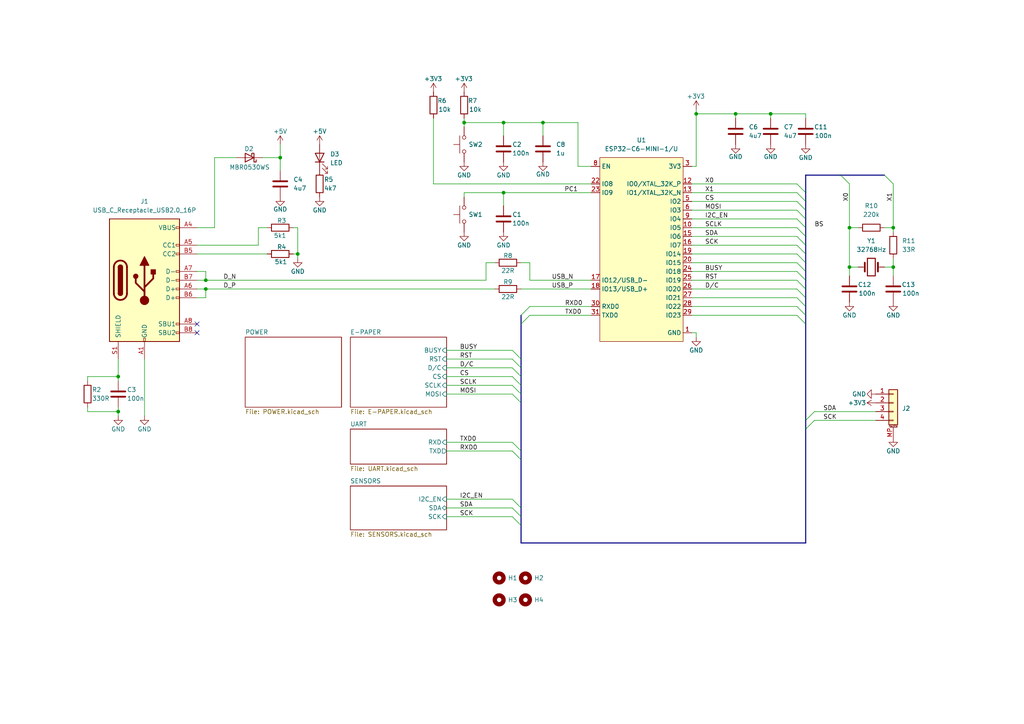
<source format=kicad_sch>
(kicad_sch (version 20231120) (generator "eeschema") (generator_version "8.0")
  (paper "A4")
  (title_block (title "ESP32-C3_6") (date "2024-12-20") (rev "R0"))
  (lib_symbols
    (symbol "Connector:USB_C_Receptacle_USB2.0_16P" (pin_names (offset 1.016))
      (property "Reference" "J" (at 0 22.225 0))
      (property "Value" "USB_C_Receptacle_USB2.0_16P" (at 0 19.685 0))
      (symbol "USB_C_Receptacle_USB2.0_16P_0_0"
        (rectangle (start -0.254 -17.78) (end 0.254 -16.764))
        (rectangle (start 10.16 -14.986) (end 9.144 -15.494))
        (rectangle (start 10.16 -12.446) (end 9.144 -12.954))
        (rectangle (start 10.16 -4.826) (end 9.144 -5.334))
        (rectangle (start 10.16 -2.286) (end 9.144 -2.794))
        (rectangle (start 10.16 0.254) (end 9.144 -0.254))
        (rectangle (start 10.16 2.794) (end 9.144 2.286))
        (rectangle (start 10.16 7.874) (end 9.144 7.366))
        (rectangle (start 10.16 10.414) (end 9.144 9.906))
        (rectangle (start 10.16 15.494) (end 9.144 14.986))
      )
      (symbol "USB_C_Receptacle_USB2.0_16P_0_1"
        (rectangle (start -10.16 17.78) (end 10.16 -17.78) (stroke (width 0.254)) (fill (type background)))
        (arc (start -8.89 -3.81) (mid -6.985 -5.7067) (end -5.08 -3.81) (stroke (width 0.508)))
        (arc (start -7.62 -3.81) (mid -6.985 -4.4423) (end -6.35 -3.81) (stroke (width 0.254)))
        (arc (start -7.62 -3.81) (mid -6.985 -4.4423) (end -6.35 -3.81) (stroke (width 0.254)) (fill (type outline)))
        (rectangle (start -7.62 -3.81) (end -6.35 3.81) (stroke (width 0.254)) (fill (type outline)))
        (arc (start -6.35 3.81) (mid -6.985 4.4423) (end -7.62 3.81) (stroke (width 0.254)))
        (arc (start -6.35 3.81) (mid -6.985 4.4423) (end -7.62 3.81) (stroke (width 0.254)) (fill (type outline)))
        (arc (start -5.08 3.81) (mid -6.985 5.7067) (end -8.89 3.81) (stroke (width 0.508)))
        (circle (center -2.54 1.143) (radius 0.635) (stroke (width 0.254)) (fill (type outline)))
        (circle (center 0 -5.842) (radius 1.27) (fill (type outline)))
        (polyline (pts (xy -8.89 -3.81) (xy -8.89 3.81)) (stroke (width 0.508)))
        (polyline (pts (xy -5.08 3.81) (xy -5.08 -3.81)) (stroke (width 0.508)))
        (polyline (pts (xy 0 -5.842) (xy 0 4.318)) (stroke (width 0.508)))
        (polyline (pts (xy 0 -3.302) (xy -2.54 -0.762) (xy -2.54 0.508)) (stroke (width 0.508)))
        (polyline (pts (xy 0 -2.032) (xy 2.54 0.508) (xy 2.54 1.778)) (stroke (width 0.508)))
        (polyline (pts (xy -1.27 4.318) (xy 0 6.858) (xy 1.27 4.318) (xy -1.27 4.318)) (stroke (width 0.254)) (fill (type outline)))
        (rectangle (start 1.905 1.778) (end 3.175 3.048) (stroke (width 0.254)) (fill (type outline)))
      )
      (symbol "USB_C_Receptacle_USB2.0_16P_1_1"
        (pin passive line (at 0 -22.86 90) (length 5.08) (name "GND") (number "A1"))
        (pin passive line (at 0 -22.86 90) (length 5.08) hide (name "GND") (number "A12"))
        (pin passive line (at 15.24 15.24 180) (length 5.08) (name "VBUS") (number "A4"))
        (pin bidirectional line (at 15.24 10.16 180) (length 5.08) (name "CC1") (number "A5"))
        (pin bidirectional line (at 15.24 -2.54 180) (length 5.08) (name "D+") (number "A6"))
        (pin bidirectional line (at 15.24 2.54 180) (length 5.08) (name "D-") (number "A7"))
        (pin bidirectional line (at 15.24 -12.7 180) (length 5.08) (name "SBU1") (number "A8"))
        (pin passive line (at 15.24 15.24 180) (length 5.08) hide (name "VBUS") (number "A9"))
        (pin passive line (at 0 -22.86 90) (length 5.08) hide (name "GND") (number "B1"))
        (pin passive line (at 0 -22.86 90) (length 5.08) hide (name "GND") (number "B12"))
        (pin passive line (at 15.24 15.24 180) (length 5.08) hide (name "VBUS") (number "B4"))
        (pin bidirectional line (at 15.24 7.62 180) (length 5.08) (name "CC2") (number "B5"))
        (pin bidirectional line (at 15.24 -5.08 180) (length 5.08) (name "D+") (number "B6"))
        (pin bidirectional line (at 15.24 0 180) (length 5.08) (name "D-") (number "B7"))
        (pin bidirectional line (at 15.24 -15.24 180) (length 5.08) (name "SBU2") (number "B8"))
        (pin passive line (at 15.24 15.24 180) (length 5.08) hide (name "VBUS") (number "B9"))
        (pin passive line (at -7.62 -22.86 90) (length 5.08) (name "SHIELD") (number "S1"))
      )
    )
    (symbol "Connector_Generic_MountingPin:Conn_01x04_MountingPin" (pin_names (offset 1.016) hide)
      (property "Reference" "J" (at 0 5.08 0))
      (property "Value" "Conn_01x04_MountingPin" (at 1.27 -7.62 0))
      (symbol "Conn_01x04_MountingPin_1_1"
        (rectangle (start -1.27 -4.953) (end 0 -5.207) (stroke (width 0.1524)))
        (rectangle (start -1.27 -2.413) (end 0 -2.667) (stroke (width 0.1524)))
        (rectangle (start -1.27 0.127) (end 0 -0.127) (stroke (width 0.1524)))
        (rectangle (start -1.27 2.667) (end 0 2.413) (stroke (width 0.1524)))
        (rectangle (start -1.27 3.81) (end 1.27 -6.35) (stroke (width 0.254)) (fill (type background)))
        (polyline (pts (xy -1.016 -7.112) (xy 1.016 -7.112)) (stroke (width 0.1524)))
        (text "Mounting" (at 0 -6.731 0) (effects (font (size 0.381 0.381))))
        (pin passive line (at -5.08 2.54 0) (length 3.81) (name "Pin_1") (number "1"))
        (pin passive line (at -5.08 0 0) (length 3.81) (name "Pin_2") (number "2"))
        (pin passive line (at -5.08 -2.54 0) (length 3.81) (name "Pin_3") (number "3"))
        (pin passive line (at -5.08 -5.08 0) (length 3.81) (name "Pin_4") (number "4"))
        (pin passive line (at 0 -10.16 90) (length 3.048) (name "MountPin") (number "MP"))
      )
    )
    (symbol "Device:C" (pin_numbers hide) (pin_names (offset 0.254))
      (property "Reference" "C" (at 0.635 2.54 0))
      (property "Value" "C" (at 0.635 -2.54 0))
      (symbol "C_0_1"
        (polyline (pts (xy -2.032 -0.762) (xy 2.032 -0.762)) (stroke (width 0.508)))
        (polyline (pts (xy -2.032 0.762) (xy 2.032 0.762)) (stroke (width 0.508)))
      )
      (symbol "C_1_1"
        (pin passive line (at 0 3.81 270) (length 2.794) (name "~") (number "1"))
        (pin passive line (at 0 -3.81 90) (length 2.794) (name "~") (number "2"))
      )
    )
    (symbol "Device:Crystal" (pin_numbers hide) (pin_names (offset 1.016) hide)
      (property "Reference" "Y" (at 0 3.81 0))
      (property "Value" "Crystal" (at 0 -3.81 0))
      (symbol "Crystal_0_1"
        (rectangle (start -1.143 2.54) (end 1.143 -2.54) (stroke (width 0.3048)))
        (polyline (pts (xy -2.54 0) (xy -1.905 0)))
        (polyline (pts (xy -1.905 -1.27) (xy -1.905 1.27)) (stroke (width 0.508)))
        (polyline (pts (xy 1.905 -1.27) (xy 1.905 1.27)) (stroke (width 0.508)))
        (polyline (pts (xy 2.54 0) (xy 1.905 0)))
      )
      (symbol "Crystal_1_1"
        (pin passive line (at -3.81 0 0) (length 1.27) (name "1") (number "1"))
        (pin passive line (at 3.81 0 180) (length 1.27) (name "2") (number "2"))
      )
    )
    (symbol "Device:D_Schottky" (pin_numbers hide) (pin_names (offset 1.016) hide)
      (property "Reference" "D" (at 0 2.54 0))
      (property "Value" "D_Schottky" (at 0 -2.54 0))
      (symbol "D_Schottky_0_1"
        (polyline (pts (xy 1.27 0) (xy -1.27 0)))
        (polyline (pts (xy 1.27 1.27) (xy 1.27 -1.27) (xy -1.27 0) (xy 1.27 1.27)) (stroke (width 0.254)))
        (polyline (pts (xy -1.905 0.635) (xy -1.905 1.27) (xy -1.27 1.27) (xy -1.27 -1.27) (xy -0.635 -1.27) (xy -0.635 -0.635)) (stroke (width 0.254)))
      )
      (symbol "D_Schottky_1_1"
        (pin passive line (at -3.81 0 0) (length 2.54) (name "K") (number "1"))
        (pin passive line (at 3.81 0 180) (length 2.54) (name "A") (number "2"))
      )
    )
    (symbol "Device:LED" (pin_numbers hide) (pin_names (offset 1.016) hide)
      (property "Reference" "D" (at 0 2.54 0))
      (property "Value" "LED" (at 0 -2.54 0))
      (symbol "LED_0_1"
        (polyline (pts (xy -1.27 -1.27) (xy -1.27 1.27)) (stroke (width 0.254)))
        (polyline (pts (xy -1.27 0) (xy 1.27 0)))
        (polyline (pts (xy 1.27 -1.27) (xy 1.27 1.27) (xy -1.27 0) (xy 1.27 -1.27)) (stroke (width 0.254)))
        (polyline (pts (xy -3.048 -0.762) (xy -4.572 -2.286) (xy -3.81 -2.286) (xy -4.572 -2.286) (xy -4.572 -1.524)))
        (polyline (pts (xy -1.778 -0.762) (xy -3.302 -2.286) (xy -2.54 -2.286) (xy -3.302 -2.286) (xy -3.302 -1.524)))
      )
      (symbol "LED_1_1"
        (pin passive line (at -3.81 0 0) (length 2.54) (name "K") (number "1"))
        (pin passive line (at 3.81 0 180) (length 2.54) (name "A") (number "2"))
      )
    )
    (symbol "Device:R" (pin_numbers hide) (pin_names (offset 0))
      (property "Reference" "R" (at 2.032 0 90))
      (property "Value" "R" (at 0 0 90))
      (symbol "R_0_1"
        (rectangle (start -1.016 -2.54) (end 1.016 2.54) (stroke (width 0.254)))
      )
      (symbol "R_1_1"
        (pin passive line (at 0 3.81 270) (length 1.27) (name "~") (number "1"))
        (pin passive line (at 0 -3.81 90) (length 1.27) (name "~") (number "2"))
      )
    )
    (symbol "Mechanical:MountingHole" (pin_names (offset 1.016)) (exclude_from_sim yes) (in_bom no)
      (property "Reference" "H" (at 0 5.08 0))
      (property "Value" "MountingHole" (at 0 3.175 0))
      (symbol "MountingHole_0_1"
        (circle (center 0 0) (radius 1.27) (stroke (width 1.27)))
      )
    )
    (symbol "PrjLib:ESP32-C6-MINI-1/U"
      (property "Reference" "U" (at 1.27 1.27 0))
      (property "Value" "ESP32-C6-MINI-1/U" (at 11.43 -54.61 0))
      (symbol "ESP32-C6-MINI-1/U_1_1"
        (rectangle (start 0 0) (end 24.13 -53.34) (fill (type background)))
        (pin input line (at 26.67 -50.8 180) (length 2.54) (name "GND") (number "1"))
        (pin input line (at 26.67 -20.32 180) (length 2.54) (name "IO5") (number "10"))
        (pin input line (at 26.67 -50.8 180) (length 2.54) hide (name "GND") (number "11"))
        (pin input line (at 26.67 -7.62 180) (length 2.54) (name "IO0/XTAL_32K_P") (number "12"))
        (pin input line (at 26.67 -10.16 180) (length 2.54) (name "IO1/XTAL_32K_N") (number "13"))
        (pin input line (at 26.67 -50.8 180) (length 2.54) hide (name "GND") (number "14"))
        (pin input line (at 26.67 -22.86 180) (length 2.54) (name "IO6") (number "15"))
        (pin input line (at 26.67 -25.4 180) (length 2.54) (name "IO7") (number "16"))
        (pin input line (at -2.54 -35.56 0) (length 2.54) (name "IO12/USB_D-") (number "17"))
        (pin input line (at -2.54 -38.1 0) (length 2.54) (name "IO13/USB_D+") (number "18"))
        (pin input line (at 26.67 -27.94 180) (length 2.54) (name "IO14") (number "19"))
        (pin input line (at 26.67 -50.8 180) (length 2.54) hide (name "GND") (number "2"))
        (pin input line (at 26.67 -30.48 180) (length 2.54) (name "IO15") (number "20"))
        (pin input line (at 26.67 -48.26 180) (length 2.54) hide (name "NC") (number "21"))
        (pin input line (at -2.54 -7.62 0) (length 2.54) (name "IO8") (number "22"))
        (pin input line (at -2.54 -10.16 0) (length 2.54) (name "IO9") (number "23"))
        (pin input line (at 26.67 -33.02 180) (length 2.54) (name "IO18") (number "24"))
        (pin input line (at 26.67 -35.56 180) (length 2.54) (name "IO19") (number "25"))
        (pin input line (at 26.67 -38.1 180) (length 2.54) (name "IO20") (number "26"))
        (pin input line (at 26.67 -40.64 180) (length 2.54) (name "IO21") (number "27"))
        (pin input line (at 26.67 -43.18 180) (length 2.54) (name "IO22") (number "28"))
        (pin input line (at 26.67 -45.72 180) (length 2.54) (name "IO23") (number "29"))
        (pin input line (at 26.67 -2.54 180) (length 2.54) (name "3V3") (number "3"))
        (pin input line (at -2.54 -43.18 0) (length 2.54) (name "RXD0") (number "30"))
        (pin input line (at -2.54 -45.72 0) (length 2.54) (name "TXD0") (number "31"))
        (pin input line (at 26.67 -48.26 180) (length 2.54) hide (name "NC") (number "32"))
        (pin input line (at 26.67 -48.26 180) (length 2.54) hide (name "NC") (number "33"))
        (pin input line (at 26.67 -48.26 180) (length 2.54) hide (name "NC") (number "34"))
        (pin input line (at 26.67 -48.26 180) (length 2.54) hide (name "NC") (number "35"))
        (pin input line (at 26.67 -50.8 180) (length 2.54) hide (name "GND") (number "36"))
        (pin input line (at 26.67 -50.8 180) (length 2.54) hide (name "GND") (number "37"))
        (pin input line (at 26.67 -50.8 180) (length 2.54) hide (name "GND") (number "38"))
        (pin input line (at 26.67 -50.8 180) (length 2.54) hide (name "GND") (number "39"))
        (pin input line (at 26.67 -48.26 180) (length 2.54) hide (name "NC") (number "4"))
        (pin input line (at 26.67 -50.8 180) (length 2.54) hide (name "GND") (number "40"))
        (pin input line (at 26.67 -50.8 180) (length 2.54) hide (name "GND") (number "41"))
        (pin input line (at 26.67 -50.8 180) (length 2.54) hide (name "GND") (number "42"))
        (pin input line (at 26.67 -50.8 180) (length 2.54) hide (name "GND") (number "43"))
        (pin input line (at 26.67 -50.8 180) (length 2.54) hide (name "GND") (number "44"))
        (pin input line (at 26.67 -50.8 180) (length 2.54) hide (name "GND") (number "45"))
        (pin input line (at 26.67 -50.8 180) (length 2.54) hide (name "GND") (number "46"))
        (pin input line (at 26.67 -50.8 180) (length 2.54) hide (name "GND") (number "47"))
        (pin input line (at 26.67 -50.8 180) (length 2.54) hide (name "GND") (number "48"))
        (pin input line (at 26.67 -50.8 180) (length 2.54) hide (name "GND") (number "49"))
        (pin input line (at 26.67 -12.7 180) (length 2.54) (name "IO2") (number "5"))
        (pin input line (at 26.67 -50.8 180) (length 2.54) hide (name "GND") (number "50"))
        (pin input line (at 26.67 -50.8 180) (length 2.54) hide (name "GND") (number "51"))
        (pin input line (at 26.67 -50.8 180) (length 2.54) hide (name "GND") (number "52"))
        (pin input line (at 26.67 -50.8 180) (length 2.54) hide (name "GND") (number "53"))
        (pin input line (at 26.67 -15.24 180) (length 2.54) (name "IO3") (number "6"))
        (pin input line (at 26.67 -48.26 180) (length 2.54) hide (name "NC") (number "7"))
        (pin input line (at -2.54 -2.54 0) (length 2.54) (name "EN") (number "8"))
        (pin input line (at 26.67 -17.78 180) (length 2.54) (name "IO4") (number "9"))
      )
    )
    (symbol "Switch:SW_Push" (pin_numbers hide) (pin_names (offset 1.016) hide)
      (property "Reference" "SW" (at 1.27 2.54 0))
      (property "Value" "SW_Push" (at 0 -1.524 0))
      (symbol "SW_Push_0_1"
        (circle (center -2.032 0) (radius 0.508))
        (polyline (pts (xy 0 1.27) (xy 0 3.048)))
        (polyline (pts (xy 2.54 1.27) (xy -2.54 1.27)))
        (circle (center 2.032 0) (radius 0.508))
        (pin passive line (at -5.08 0 0) (length 2.54) (name "1") (number "1"))
        (pin passive line (at 5.08 0 180) (length 2.54) (name "2") (number "2"))
      )
    )
    (symbol "power:+3V3" (power) (pin_names (offset 0))
      (property "Value" "+3V3" (at 0 3.556 0))
      (symbol "+3V3_0_1"
        (polyline (pts (xy -0.762 1.27) (xy 0 2.54)))
        (polyline (pts (xy 0 0) (xy 0 2.54)))
        (polyline (pts (xy 0 2.54) (xy 0.762 1.27)))
      )
      (symbol "+3V3_1_1"
        (pin power_in line (at 0 0 90) (length 0) hide (name "+3V3") (number "1"))
      )
    )
    (symbol "power:+5V" (power) (pin_names (offset 0))
      (property "Value" "+5V" (at 0 3.556 0))
      (symbol "+5V_0_1"
        (polyline (pts (xy -0.762 1.27) (xy 0 2.54)))
        (polyline (pts (xy 0 0) (xy 0 2.54)))
        (polyline (pts (xy 0 2.54) (xy 0.762 1.27)))
      )
      (symbol "+5V_1_1"
        (pin power_in line (at 0 0 90) (length 0) hide (name "+5V") (number "1"))
      )
    )
    (symbol "power:GND" (power) (pin_names (offset 0))
      (property "Value" "GND" (at 0 -3.81 0))
      (symbol "GND_0_1"
        (polyline (pts (xy 0 0) (xy 0 -1.27) (xy 1.27 -1.27) (xy 0 -2.54) (xy -1.27 -1.27) (xy 0 -1.27)))
      )
      (symbol "GND_1_1"
        (pin power_in line (at 0 0 270) (length 0) hide (name "GND") (number "1"))
      )
    )
  )
  (junction (at 201.93 33.02))
  (junction (at 34.29 109.22))
  (junction (at 157.48 35.56))
  (junction (at 59.69 83.82))
  (junction (at 146.05 55.88))
  (junction (at 259.08 66.04))
  (junction (at 259.08 77.47))
  (junction (at 59.69 81.28))
  (junction (at 86.36 73.66))
  (junction (at 81.28 45.72))
  (junction (at 34.29 119.38))
  (junction (at 246.38 77.47))
  (junction (at 213.36 33.02))
  (junction (at 134.62 35.56))
  (junction (at 146.05 35.56))
  (junction (at 246.38 66.04))
  (junction (at 223.52 33.02))
  (no_connect (at 57.15 93.98))
  (no_connect (at 57.15 96.52))
  (bus_entry (at 151.13 114.3) (size -2.54 -2.54))
  (bus_entry (at 231.14 73.66) (size 2.54 2.54))
  (bus_entry (at 151.13 106.68) (size -2.54 -2.54))
  (bus_entry (at 151.13 149.86) (size -2.54 -2.54))
  (bus_entry (at 231.14 83.82) (size 2.54 2.54))
  (bus_entry (at 151.13 147.32) (size -2.54 -2.54))
  (bus_entry (at 151.13 152.4) (size -2.54 -2.54))
  (bus_entry (at 151.13 111.76) (size -2.54 -2.54))
  (bus_entry (at 151.13 116.84) (size -2.54 -2.54))
  (bus_entry (at 231.14 66.04) (size 2.54 2.54))
  (bus_entry (at 243.84 50.8) (size 2.54 2.54))
  (bus_entry (at 151.13 104.14) (size -2.54 -2.54))
  (bus_entry (at 151.13 133.35) (size -2.54 -2.54))
  (bus_entry (at 233.68 124.46) (size 2.54 -2.54))
  (bus_entry (at 151.13 130.81) (size -2.54 -2.54))
  (bus_entry (at 256.54 50.8) (size 2.54 2.54))
  (bus_entry (at 231.14 63.5) (size 2.54 2.54))
  (bus_entry (at 231.14 71.12) (size 2.54 2.54))
  (bus_entry (at 231.14 81.28) (size 2.54 2.54))
  (bus_entry (at 231.14 53.34) (size 2.54 2.54))
  (bus_entry (at 231.14 55.88) (size 2.54 2.54))
  (bus_entry (at 151.13 93.98) (size 2.54 -2.54))
  (bus_entry (at 233.68 121.92) (size 2.54 -2.54))
  (bus_entry (at 151.13 91.44) (size 2.54 -2.54))
  (bus_entry (at 151.13 109.22) (size -2.54 -2.54))
  (bus_entry (at 231.14 76.2) (size 2.54 2.54))
  (bus_entry (at 231.14 86.36) (size 2.54 2.54))
  (bus_entry (at 231.14 78.74) (size 2.54 2.54))
  (bus_entry (at 231.14 58.42) (size 2.54 2.54))
  (bus_entry (at 231.14 60.96) (size 2.54 2.54))
  (bus_entry (at 231.14 91.44) (size 2.54 2.54))
  (bus_entry (at 231.14 88.9) (size 2.54 2.54))
  (bus_entry (at 231.14 68.58) (size 2.54 2.54))
  (wire (pts (xy 143.51 76.2) (xy 140.97 76.2)))
  (wire (pts (xy 134.62 36.83) (xy 134.62 35.56)))
  (wire (pts (xy 59.69 81.28) (xy 59.69 78.74)))
  (wire (pts (xy 223.52 33.02) (xy 223.52 34.29)))
  (wire (pts (xy 125.73 53.34) (xy 171.45 53.34)))
  (wire (pts (xy 125.73 34.29) (xy 125.73 53.34)))
  (wire (pts (xy 236.22 121.92) (xy 254 121.92)))
  (wire (pts (xy 129.54 114.3) (xy 148.59 114.3)))
  (wire (pts (xy 57.15 73.66) (xy 77.47 73.66)))
  (wire (pts (xy 153.67 88.9) (xy 171.45 88.9)))
  (wire (pts (xy 81.28 41.91) (xy 81.28 45.72)))
  (wire (pts (xy 246.38 80.01) (xy 246.38 77.47)))
  (wire (pts (xy 256.54 77.47) (xy 259.08 77.47)))
  (wire (pts (xy 153.67 76.2) (xy 153.67 81.28)))
  (wire (pts (xy 140.97 81.28) (xy 59.69 81.28)))
  (bus (pts (xy 151.13 147.32) (xy 151.13 149.86)))
  (bus (pts (xy 151.13 104.14) (xy 151.13 106.68)))
  (wire (pts (xy 129.54 144.78) (xy 148.59 144.78)))
  (wire (pts (xy 129.54 149.86) (xy 148.59 149.86)))
  (wire (pts (xy 81.28 45.72) (xy 81.28 49.53)))
  (wire (pts (xy 200.66 83.82) (xy 231.14 83.82)))
  (bus (pts (xy 151.13 114.3) (xy 151.13 116.84)))
  (wire (pts (xy 57.15 78.74) (xy 59.69 78.74)))
  (bus (pts (xy 233.68 66.04) (xy 233.68 68.58)))
  (wire (pts (xy 62.23 45.72) (xy 68.58 45.72)))
  (wire (pts (xy 201.93 33.02) (xy 213.36 33.02)))
  (wire (pts (xy 59.69 83.82) (xy 59.69 86.36)))
  (wire (pts (xy 129.54 111.76) (xy 148.59 111.76)))
  (wire (pts (xy 200.66 53.34) (xy 231.14 53.34)))
  (bus (pts (xy 233.68 60.96) (xy 233.68 63.5)))
  (wire (pts (xy 74.93 66.04) (xy 77.47 66.04)))
  (wire (pts (xy 200.66 78.74) (xy 231.14 78.74)))
  (wire (pts (xy 25.4 110.49) (xy 25.4 109.22)))
  (wire (pts (xy 259.08 53.34) (xy 259.08 66.04)))
  (wire (pts (xy 213.36 33.02) (xy 223.52 33.02)))
  (wire (pts (xy 200.66 58.42) (xy 231.14 58.42)))
  (wire (pts (xy 213.36 33.02) (xy 213.36 34.29)))
  (wire (pts (xy 248.92 66.04) (xy 246.38 66.04)))
  (wire (pts (xy 57.15 86.36) (xy 59.69 86.36)))
  (wire (pts (xy 236.22 119.38) (xy 254 119.38)))
  (bus (pts (xy 233.68 58.42) (xy 233.68 60.96)))
  (wire (pts (xy 151.13 83.82) (xy 171.45 83.82)))
  (bus (pts (xy 151.13 116.84) (xy 151.13 130.81)))
  (wire (pts (xy 74.93 66.04) (xy 74.93 71.12)))
  (bus (pts (xy 233.68 50.8) (xy 233.68 55.88)))
  (wire (pts (xy 259.08 74.93) (xy 259.08 77.47)))
  (bus (pts (xy 233.68 63.5) (xy 233.68 66.04)))
  (wire (pts (xy 34.29 120.65) (xy 34.29 119.38)))
  (bus (pts (xy 151.13 109.22) (xy 151.13 111.76)))
  (wire (pts (xy 223.52 33.02) (xy 233.68 33.02)))
  (wire (pts (xy 200.66 60.96) (xy 231.14 60.96)))
  (wire (pts (xy 146.05 35.56) (xy 146.05 39.37)))
  (wire (pts (xy 129.54 130.81) (xy 148.59 130.81)))
  (bus (pts (xy 233.68 68.58) (xy 233.68 71.12)))
  (wire (pts (xy 200.66 91.44) (xy 231.14 91.44)))
  (bus (pts (xy 233.68 86.36) (xy 233.68 88.9)))
  (wire (pts (xy 146.05 35.56) (xy 157.48 35.56)))
  (wire (pts (xy 129.54 147.32) (xy 148.59 147.32)))
  (wire (pts (xy 86.36 73.66) (xy 85.09 73.66)))
  (bus (pts (xy 151.13 130.81) (xy 151.13 133.35)))
  (wire (pts (xy 200.66 66.04) (xy 231.14 66.04)))
  (bus (pts (xy 233.68 55.88) (xy 233.68 58.42)))
  (wire (pts (xy 57.15 66.04) (xy 62.23 66.04)))
  (wire (pts (xy 200.66 88.9) (xy 231.14 88.9)))
  (bus (pts (xy 151.13 106.68) (xy 151.13 109.22)))
  (wire (pts (xy 86.36 66.04) (xy 86.36 73.66)))
  (wire (pts (xy 201.93 96.52) (xy 201.93 97.79)))
  (bus (pts (xy 233.68 73.66) (xy 233.68 76.2)))
  (bus (pts (xy 151.13 157.48) (xy 233.68 157.48)))
  (wire (pts (xy 57.15 81.28) (xy 59.69 81.28)))
  (wire (pts (xy 129.54 109.22) (xy 148.59 109.22)))
  (bus (pts (xy 151.13 152.4) (xy 151.13 157.48)))
  (wire (pts (xy 233.68 34.29) (xy 233.68 33.02)))
  (wire (pts (xy 200.66 55.88) (xy 231.14 55.88)))
  (wire (pts (xy 153.67 81.28) (xy 171.45 81.28)))
  (bus (pts (xy 233.68 124.46) (xy 233.68 157.48)))
  (wire (pts (xy 201.93 48.26) (xy 201.93 33.02)))
  (wire (pts (xy 246.38 66.04) (xy 246.38 77.47)))
  (bus (pts (xy 233.68 76.2) (xy 233.68 78.74)))
  (wire (pts (xy 34.29 104.14) (xy 34.29 109.22)))
  (bus (pts (xy 233.68 88.9) (xy 233.68 91.44)))
  (bus (pts (xy 233.68 91.44) (xy 233.68 93.98)))
  (wire (pts (xy 259.08 66.04) (xy 259.08 67.31)))
  (wire (pts (xy 200.66 76.2) (xy 231.14 76.2)))
  (bus (pts (xy 151.13 133.35) (xy 151.13 147.32)))
  (wire (pts (xy 246.38 53.34) (xy 246.38 66.04)))
  (wire (pts (xy 200.66 48.26) (xy 201.93 48.26)))
  (bus (pts (xy 233.68 78.74) (xy 233.68 81.28)))
  (wire (pts (xy 200.66 96.52) (xy 201.93 96.52)))
  (wire (pts (xy 59.69 83.82) (xy 143.51 83.82)))
  (wire (pts (xy 259.08 77.47) (xy 259.08 80.01)))
  (bus (pts (xy 151.13 111.76) (xy 151.13 114.3)))
  (bus (pts (xy 233.68 93.98) (xy 233.68 121.92)))
  (wire (pts (xy 134.62 35.56) (xy 146.05 35.56)))
  (wire (pts (xy 134.62 57.15) (xy 134.62 55.88)))
  (wire (pts (xy 74.93 71.12) (xy 57.15 71.12)))
  (bus (pts (xy 233.68 83.82) (xy 233.68 86.36)))
  (wire (pts (xy 34.29 109.22) (xy 34.29 110.49)))
  (wire (pts (xy 86.36 73.66) (xy 86.36 74.93)))
  (wire (pts (xy 57.15 83.82) (xy 59.69 83.82)))
  (wire (pts (xy 256.54 66.04) (xy 259.08 66.04)))
  (wire (pts (xy 200.66 73.66) (xy 231.14 73.66)))
  (wire (pts (xy 153.67 91.44) (xy 171.45 91.44)))
  (wire (pts (xy 157.48 35.56) (xy 157.48 39.37)))
  (wire (pts (xy 134.62 55.88) (xy 146.05 55.88)))
  (wire (pts (xy 25.4 119.38) (xy 34.29 119.38)))
  (wire (pts (xy 76.2 45.72) (xy 81.28 45.72)))
  (wire (pts (xy 151.13 76.2) (xy 153.67 76.2)))
  (wire (pts (xy 157.48 35.56) (xy 167.64 35.56)))
  (wire (pts (xy 129.54 104.14) (xy 148.59 104.14)))
  (wire (pts (xy 200.66 71.12) (xy 231.14 71.12)))
  (wire (pts (xy 146.05 55.88) (xy 146.05 59.69)))
  (bus (pts (xy 151.13 91.44) (xy 151.13 93.98)))
  (wire (pts (xy 200.66 81.28) (xy 231.14 81.28)))
  (wire (pts (xy 201.93 33.02) (xy 201.93 31.75)))
  (wire (pts (xy 167.64 35.56) (xy 167.64 48.26)))
  (bus (pts (xy 243.84 50.8) (xy 233.68 50.8)))
  (wire (pts (xy 129.54 128.27) (xy 148.59 128.27)))
  (wire (pts (xy 146.05 55.88) (xy 171.45 55.88)))
  (wire (pts (xy 25.4 109.22) (xy 34.29 109.22)))
  (bus (pts (xy 151.13 149.86) (xy 151.13 152.4)))
  (wire (pts (xy 129.54 106.68) (xy 148.59 106.68)))
  (wire (pts (xy 200.66 86.36) (xy 231.14 86.36)))
  (wire (pts (xy 134.62 34.29) (xy 134.62 35.56)))
  (bus (pts (xy 233.68 81.28) (xy 233.68 83.82)))
  (wire (pts (xy 34.29 119.38) (xy 34.29 118.11)))
  (wire (pts (xy 85.09 66.04) (xy 86.36 66.04)))
  (wire (pts (xy 41.91 120.65) (xy 41.91 104.14)))
  (bus (pts (xy 233.68 71.12) (xy 233.68 73.66)))
  (bus (pts (xy 243.84 50.8) (xy 256.54 50.8)))
  (bus (pts (xy 233.68 121.92) (xy 233.68 124.46)))
  (wire (pts (xy 200.66 63.5) (xy 231.14 63.5)))
  (wire (pts (xy 167.64 48.26) (xy 171.45 48.26)))
  (wire (pts (xy 246.38 77.47) (xy 248.92 77.47)))
  (wire (pts (xy 200.66 68.58) (xy 231.14 68.58)))
  (wire (pts (xy 140.97 76.2) (xy 140.97 81.28)))
  (wire (pts (xy 62.23 66.04) (xy 62.23 45.72)))
  (bus (pts (xy 151.13 93.98) (xy 151.13 104.14)))
  (wire (pts (xy 25.4 118.11) (xy 25.4 119.38)))
  (wire (pts (xy 129.54 101.6) (xy 148.59 101.6)))
  (label "SCLK" (at 133.35 111.76 0))
  (label "RXD0" (at 163.83 88.9 0))
  (label "X1" (at 204.47 55.88 0))
  (label "BUSY" (at 204.47 78.74 0))
  (label "SCLK" (at 204.47 66.04 0))
  (label "D_N" (at 64.77 81.28 0))
  (label "D{slash}C" (at 133.35 106.68 0))
  (label "I2C_EN" (at 133.35 144.78 0))
  (label "RST" (at 204.47 81.28 0))
  (label "X0" (at 204.47 53.34 0))
  (label "SDA" (at 238.76 119.38 0))
  (label "SCK" (at 133.35 149.86 0))
  (label "I2C_EN" (at 204.47 63.5 0))
  (label "CS" (at 133.35 109.22 0))
  (label "USB_N" (at 160.02 81.28 0))
  (label "D_P" (at 64.77 83.82 0))
  (label "TXD0" (at 163.83 91.44 0))
  (label "CS" (at 204.47 58.42 0))
  (label "MOSI" (at 133.35 114.3 0))
  (label "BS" (at 236.22 66.04 0))
  (label "RST" (at 133.35 104.14 0))
  (label "MOSI" (at 204.47 60.96 0))
  (label "SDA" (at 133.35 147.32 0))
  (label "SDA" (at 204.47 68.58 0))
  (label "X0" (at 246.38 58.42 90))
  (label "PC1" (at 167.64 55.88 180))
  (label "D{slash}C" (at 204.47 83.82 0))
  (label "USB_P" (at 160.02 83.82 0))
  (label "RXD0" (at 133.35 130.81 0))
  (label "SCK" (at 204.47 71.12 0))
  (label "BUSY" (at 133.35 101.6 0))
  (label "TXD0" (at 133.35 128.27 0))
  (label "X1" (at 259.08 58.42 90))
  (label "SCK" (at 238.76 121.92 0))
  (symbol (lib_id "Device:R") (at 81.28 66.04 90) (mirror x) (unit 1)
    (property "Reference" "R3" (at 83.058 64.008 90) (effects (justify left)))
    (property "Value" "5k1" (at 83.058 68.326 90) (effects (justify left)))
    (property "Footprint" "Resistor_SMD:R_0402_1005Metric" (effects (hide yes)))
  )
  (symbol (lib_id "power:GND") (at 146.05 46.99 0) (mirror y) (unit 1)
    (property "Reference" "#PWR05" (effects (hide yes)))
    (property "Value" "GND" (at 146.05 50.8 0))
  )
  (symbol (lib_id "Device:R") (at 259.08 71.12 180) (unit 1)
    (property "Reference" "R11" (at 261.62 69.8499 0) (effects (justify right)))
    (property "Value" "33R" (at 261.62 72.3899 0) (effects (justify right)))
    (property "Footprint" "Resistor_SMD:R_0402_1005Metric" (effects (hide yes)))
    (property "Description" "Resistor" (effects (hide yes)))
  )
  (symbol (lib_id "Device:C") (at 246.38 83.82 0) (mirror y) (unit 1)
    (property "Reference" "C12" (at 252.73 82.55 0) (effects (justify left)))
    (property "Value" "100n" (at 254 85.09 0) (effects (justify left)))
    (property "Footprint" "Capacitor_SMD:C_0402_1005Metric" (effects (hide yes)))
  )
  (symbol (lib_id "power:GND") (at 259.08 87.63 0) (mirror y) (unit 1)
    (property "Reference" "#PWR025" (effects (hide yes)))
    (property "Value" "GND" (at 259.08 91.44 0))
  )
  (symbol (lib_id "power:+5V") (at 92.71 41.91 0) (unit 1)
    (property "Reference" "#PWR015" (effects (hide yes)))
    (property "Value" "+5V" (at 92.71 38.1 0))
  )
  (symbol (lib_id "Mechanical:MountingHole") (at 144.78 173.99 0) (unit 1) (exclude_from_sim yes) (in_bom no)
    (property "Reference" "H3" (at 147.32 173.9899 0) (effects (justify left)))
    (property "Footprint" "MountingHole:MountingHole_3.2mm_M3" (effects (hide yes)))
    (property "Description" "Mounting Hole without connection" (effects (hide yes)))
  )
  (symbol (lib_id "power:GND") (at 213.36 41.91 0) (unit 1)
    (property "Reference" "#PWR011" (effects (hide yes)))
    (property "Value" "GND" (at 213.36 45.466 0))
    (property "Description" "Power symbol creates a global label with name \"GND\" , ground" (effects (hide yes)))
  )
  (symbol (lib_id "power:GND") (at 223.52 41.91 0) (unit 1)
    (property "Reference" "#PWR012" (effects (hide yes)))
    (property "Value" "GND" (at 223.52 45.466 0))
    (property "Description" "Power symbol creates a global label with name \"GND\" , ground" (effects (hide yes)))
  )
  (symbol (lib_id "power:GND") (at 134.62 67.31 0) (mirror y) (unit 1)
    (property "Reference" "#PWR01" (effects (hide yes)))
    (property "Value" "GND" (at 134.62 71.12 0))
  )
  (symbol (lib_id "power:GND") (at 81.28 57.15 0) (unit 1)
    (property "Reference" "#PWR08" (effects (hide yes)))
    (property "Value" "GND" (at 81.28 60.706 0))
    (property "Description" "Power symbol creates a global label with name \"GND\" , ground" (effects (hide yes)))
  )
  (symbol (lib_id "power:GND") (at 92.71 57.15 0) (unit 1)
    (property "Reference" "#PWR016" (effects (hide yes)))
    (property "Value" "GND" (at 92.71 60.96 0))
  )
  (symbol (lib_id "Mechanical:MountingHole") (at 152.4 173.99 0) (unit 1) (exclude_from_sim yes) (in_bom no)
    (property "Reference" "H4" (at 154.94 173.9899 0) (effects (justify left)))
    (property "Footprint" "MountingHole:MountingHole_3.2mm_M3" (effects (hide yes)))
    (property "Description" "Mounting Hole without connection" (effects (hide yes)))
  )
  (symbol (lib_id "Device:R") (at 147.32 76.2 90) (unit 1)
    (property "Reference" "R8" (at 147.32 74.168 90))
    (property "Value" "22R" (at 147.32 78.486 90))
    (property "Footprint" "Resistor_SMD:R_0402_1005Metric" (effects (hide yes)))
    (property "Description" "Resistor" (effects (hide yes)))
  )
  (symbol (lib_id "Device:C") (at 146.05 43.18 0) (unit 1)
    (property "Reference" "C2" (at 148.59 41.91 0) (effects (justify left)))
    (property "Value" "100n" (at 148.59 44.45 0) (effects (justify left)))
    (property "Footprint" "Capacitor_SMD:C_0402_1005Metric" (effects (hide yes)))
  )
  (symbol (lib_id "Switch:SW_Push") (at 134.62 62.23 90) (unit 1)
    (property "Reference" "SW1" (at 135.89 62.23 90) (effects (justify right)))
    (property "Value" "SW_Push" (effects (hide yes)))
    (property "Footprint" "Button_Switch_SMD:SW_Push_SPST_NO_Alps_SKRK" (effects (hide yes)))
  )
  (symbol (lib_id "power:GND") (at 134.62 46.99 0) (mirror y) (unit 1)
    (property "Reference" "#PWR02" (effects (hide yes)))
    (property "Value" "GND" (at 134.62 50.8 0))
  )
  (symbol (lib_id "Mechanical:MountingHole") (at 144.78 167.64 0) (unit 1) (exclude_from_sim yes) (in_bom no)
    (property "Reference" "H1" (at 147.32 167.6399 0) (effects (justify left)))
    (property "Footprint" "MountingHole:MountingHole_3.2mm_M3" (effects (hide yes)))
    (property "Description" "Mounting Hole without connection" (effects (hide yes)))
  )
  (symbol (lib_id "power:GND") (at 146.05 67.31 0) (mirror y) (unit 1)
    (property "Reference" "#PWR04" (effects (hide yes)))
    (property "Value" "GND" (at 146.05 71.12 0))
  )
  (symbol (lib_id "PrjLib:ESP32-C6-MINI-1/U") (at 173.99 45.72 0) (unit 1)
    (property "Reference" "U1" (at 186.055 40.64 0))
    (property "Value" "ESP32-C6-MINI-1/U" (at 186.055 43.18 0))
    (property "Footprint" "prj_footprint:ESP32-C6-MINI-1" (effects (hide yes)))
  )
  (symbol (lib_id "Device:C") (at 81.28 53.34 0) (unit 1)
    (property "Reference" "C4" (at 85.09 52.0699 0) (effects (justify left)))
    (property "Value" "4u7" (at 85.09 54.6099 0) (effects (justify left)))
    (property "Footprint" "Capacitor_SMD:C_0402_1005Metric" (effects (hide yes)))
    (property "Description" "Unpolarized capacitor" (effects (hide yes)))
  )
  (symbol (lib_id "Device:C") (at 34.29 114.3 0) (unit 1)
    (property "Reference" "C3" (at 36.83 113.03 0) (effects (justify left)))
    (property "Value" "100n" (at 36.83 115.57 0) (effects (justify left)))
    (property "Footprint" "Capacitor_SMD:C_0402_1005Metric" (effects (hide yes)))
  )
  (symbol (lib_id "Device:C") (at 157.48 43.18 0) (unit 1)
    (property "Reference" "C8" (at 161.29 41.9099 0) (effects (justify left)))
    (property "Value" "1u" (at 161.29 44.4499 0) (effects (justify left)))
    (property "Footprint" "Capacitor_SMD:C_0402_1005Metric" (effects (hide yes)))
    (property "Description" "Unpolarized capacitor" (effects (hide yes)))
  )
  (symbol (lib_id "Device:R") (at 147.32 83.82 90) (unit 1)
    (property "Reference" "R9" (at 147.32 81.788 90))
    (property "Value" "22R" (at 147.32 86.106 90))
    (property "Footprint" "Resistor_SMD:R_0402_1005Metric" (effects (hide yes)))
    (property "Description" "Resistor" (effects (hide yes)))
  )
  (symbol (lib_id "Device:R") (at 81.28 73.66 90) (mirror x) (unit 1)
    (property "Reference" "R4" (at 83.058 71.628 90) (effects (justify left)))
    (property "Value" "5k1" (at 83.312 75.946 90) (effects (justify left)))
    (property "Footprint" "Resistor_SMD:R_0402_1005Metric" (effects (hide yes)))
  )
  (symbol (lib_id "power:+3V3") (at 134.62 26.67 0) (mirror y) (unit 1)
    (property "Reference" "#PWR018" (effects (hide yes)))
    (property "Value" "+3V3" (at 137.16 22.86 0) (effects (justify left)))
  )
  (symbol (lib_id "power:GND") (at 201.93 97.79 0) (unit 1)
    (property "Reference" "#PWR021" (effects (hide yes)))
    (property "Value" "GND" (at 201.93 101.6 0))
  )
  (symbol (lib_id "Device:R") (at 134.62 30.48 0) (mirror y) (unit 1)
    (property "Reference" "R7" (at 138.43 29.21 0) (effects (justify left)))
    (property "Value" "10k" (at 139.7 31.75 0) (effects (justify left)))
    (property "Footprint" "Resistor_SMD:R_0402_1005Metric" (effects (hide yes)))
  )
  (symbol (lib_id "Device:LED") (at 92.71 45.72 90) (unit 1)
    (property "Reference" "D3" (at 95.758 44.704 90) (effects (justify right)))
    (property "Value" "LED" (at 95.758 47.244 90) (effects (justify right)))
    (property "Footprint" "Diode_SMD:D_0402_1005Metric" (effects (hide yes)))
  )
  (symbol (lib_id "Device:C") (at 223.52 38.1 0) (unit 1)
    (property "Reference" "C7" (at 227.33 36.8299 0) (effects (justify left)))
    (property "Value" "4u7" (at 227.33 39.3699 0) (effects (justify left)))
    (property "Footprint" "Capacitor_SMD:C_0402_1005Metric" (effects (hide yes)))
    (property "Description" "Unpolarized capacitor" (effects (hide yes)))
  )
  (symbol (lib_id "power:GND") (at 233.68 41.91 0) (mirror y) (unit 1)
    (property "Reference" "#PWR023" (effects (hide yes)))
    (property "Value" "GND" (at 233.68 45.72 0))
  )
  (symbol (lib_id "Device:C") (at 146.05 63.5 0) (unit 1)
    (property "Reference" "C1" (at 148.59 62.23 0) (effects (justify left)))
    (property "Value" "100n" (at 148.59 64.77 0) (effects (justify left)))
    (property "Footprint" "Capacitor_SMD:C_0402_1005Metric" (effects (hide yes)))
  )
  (symbol (lib_id "power:GND") (at 157.48 46.99 0) (unit 1)
    (property "Reference" "#PWR014" (effects (hide yes)))
    (property "Value" "GND" (at 157.48 50.546 0))
    (property "Description" "Power symbol creates a global label with name \"GND\" , ground" (effects (hide yes)))
  )
  (symbol (lib_id "power:+5V") (at 81.28 41.91 0) (mirror y) (unit 1)
    (property "Reference" "#PWR013" (effects (hide yes)))
    (property "Value" "+5V" (at 81.28 38.1 0))
  )
  (symbol (lib_id "Device:R") (at 125.73 30.48 0) (mirror y) (unit 1)
    (property "Reference" "R6" (at 129.54 29.21 0) (effects (justify left)))
    (property "Value" "10k" (at 130.81 31.75 0) (effects (justify left)))
    (property "Footprint" "Resistor_SMD:R_0402_1005Metric" (effects (hide yes)))
  )
  (symbol (lib_id "Device:D_Schottky") (at 72.39 45.72 180) (unit 1)
    (property "Reference" "D2" (at 70.866 43.18 0) (effects (justify right)))
    (property "Value" "MBR0530WS" (at 66.548 48.514 0) (effects (justify right)))
    (property "Footprint" "Diode_SMD:D_SOD-323" (effects (hide yes)))
    (property "Description" "Schottky diode" (effects (hide yes)))
  )
  (symbol (lib_id "Device:R") (at 25.4 114.3 0) (unit 1)
    (property "Reference" "R2" (at 26.67 113.03 0) (effects (justify left)))
    (property "Value" "330R" (at 26.67 115.57 0) (effects (justify left)))
    (property "Footprint" "Resistor_SMD:R_0402_1005Metric" (effects (hide yes)))
  )
  (symbol (lib_id "Device:R") (at 252.73 66.04 90) (unit 1)
    (property "Reference" "R10" (at 252.73 59.69 90))
    (property "Value" "220k" (at 252.73 62.23 90))
    (property "Footprint" "Resistor_SMD:R_0402_1005Metric" (effects (hide yes)))
    (property "Description" "Resistor" (effects (hide yes)))
  )
  (symbol (lib_id "power:+3V3") (at 254 116.84 90) (mirror x) (unit 1)
    (property "Reference" "#PWR073" (effects (hide yes)))
    (property "Value" "+3V3" (at 251.206 116.84 90) (effects (justify left)))
  )
  (symbol (lib_id "power:GND") (at 86.36 74.93 0) (mirror y) (unit 1)
    (property "Reference" "#PWR09" (effects (hide yes)))
    (property "Value" "GND" (at 86.36 78.74 0))
  )
  (symbol (lib_id "power:GND") (at 254 114.3 270) (mirror x) (unit 1)
    (property "Reference" "#PWR071" (effects (hide yes)))
    (property "Value" "GND" (at 249.174 114.3 90))
  )
  (symbol (lib_id "power:+3V3") (at 201.93 31.75 0) (mirror y) (unit 1)
    (property "Reference" "#PWR020" (effects (hide yes)))
    (property "Value" "+3V3" (at 204.47 27.94 0) (effects (justify left)))
  )
  (symbol (lib_id "Device:C") (at 259.08 83.82 0) (mirror y) (unit 1)
    (property "Reference" "C13" (at 265.43 82.55 0) (effects (justify left)))
    (property "Value" "100n" (at 266.7 85.09 0) (effects (justify left)))
    (property "Footprint" "Capacitor_SMD:C_0402_1005Metric" (effects (hide yes)))
  )
  (symbol (lib_id "power:GND") (at 246.38 87.63 0) (mirror y) (unit 1)
    (property "Reference" "#PWR024" (effects (hide yes)))
    (property "Value" "GND" (at 246.38 91.44 0))
  )
  (symbol (lib_id "power:GND") (at 41.91 120.65 0) (unit 1)
    (property "Reference" "#PWR07" (effects (hide yes)))
    (property "Value" "GND" (at 41.91 124.46 0))
  )
  (symbol (lib_id "power:GND") (at 259.08 127 0) (mirror y) (unit 1)
    (property "Reference" "#PWR068" (effects (hide yes)))
    (property "Value" "GND" (at 259.08 130.81 0))
  )
  (symbol (lib_id "Device:C") (at 233.68 38.1 0) (mirror y) (unit 1)
    (property "Reference" "C11" (at 240.03 36.83 0) (effects (justify left)))
    (property "Value" "100n" (at 241.3 39.37 0) (effects (justify left)))
    (property "Footprint" "Capacitor_SMD:C_0402_1005Metric" (effects (hide yes)))
  )
  (symbol (lib_id "Mechanical:MountingHole") (at 152.4 167.64 0) (unit 1) (exclude_from_sim yes) (in_bom no)
    (property "Reference" "H2" (at 154.94 167.6399 0) (effects (justify left)))
    (property "Footprint" "MountingHole:MountingHole_3.2mm_M3" (effects (hide yes)))
    (property "Description" "Mounting Hole without connection" (effects (hide yes)))
  )
  (symbol (lib_id "Switch:SW_Push") (at 134.62 41.91 90) (unit 1)
    (property "Reference" "SW2" (at 135.89 41.91 90) (effects (justify right)))
    (property "Value" "SW_Push" (effects (hide yes)))
    (property "Footprint" "Button_Switch_SMD:SW_Push_SPST_NO_Alps_SKRK" (effects (hide yes)))
  )
  (symbol (lib_id "Connector_Generic_MountingPin:Conn_01x04_MountingPin") (at 259.08 116.84 0) (unit 1)
    (property "Reference" "J2" (at 261.62 118.4655 0) (effects (justify left)))
    (property "Value" "Conn_01x04_MountingPin" (effects (hide yes)))
    (property "Footprint" "Connector_JST:JST_SH_SM04B-SRSS-TB_1x04-1MP_P1.00mm_Horizontal" (effects (hide yes)))
    (property "Description" "Generic connectable mounting pin connector, single row, 01x04, script generated (kicad-library-utils/schlib/autogen/connector/)" (effects (hide yes)))
  )
  (symbol (lib_id "power:GND") (at 34.29 120.65 0) (unit 1)
    (property "Reference" "#PWR06" (effects (hide yes)))
    (property "Value" "GND" (at 34.29 124.46 0))
  )
  (symbol (lib_id "Device:C") (at 213.36 38.1 0) (unit 1)
    (property "Reference" "C6" (at 217.17 36.8299 0) (effects (justify left)))
    (property "Value" "4u7" (at 217.17 39.3699 0) (effects (justify left)))
    (property "Footprint" "Capacitor_SMD:C_0402_1005Metric" (effects (hide yes)))
    (property "Description" "Unpolarized capacitor" (effects (hide yes)))
  )
  (symbol (lib_id "power:+3V3") (at 125.73 26.67 0) (mirror y) (unit 1)
    (property "Reference" "#PWR017" (effects (hide yes)))
    (property "Value" "+3V3" (at 128.27 22.86 0) (effects (justify left)))
  )
  (symbol (lib_id "Device:Crystal") (at 252.73 77.47 0) (unit 1)
    (property "Reference" "Y1" (at 252.73 69.85 0))
    (property "Value" "32768Hz" (at 252.73 72.39 0))
    (property "Footprint" "Crystal:Crystal_SMD_2012-2Pin_2.0x1.2mm" (effects (hide yes)))
    (property "Description" "Two pin crystal" (effects (hide yes)))
  )
  (symbol (lib_id "Device:R") (at 92.71 53.34 0) (unit 1)
    (property "Reference" "R5" (at 93.98 52.07 0) (effects (justify left)))
    (property "Value" "4k7" (at 93.98 54.61 0) (effects (justify left)))
    (property "Footprint" "Resistor_SMD:R_0402_1005Metric" (effects (hide yes)))
  )
  (symbol (lib_id "Connector:USB_C_Receptacle_USB2.0_16P") (at 41.91 81.28 0) (unit 1)
    (property "Reference" "J1" (at 41.91 58.42 0))
    (property "Value" "USB_C_Receptacle_USB2.0_16P" (at 41.91 60.96 0))
    (property "Footprint" "Connector_USB:USB_C_Receptacle_Palconn_UTC16-G" (effects (hide yes)))
    (property "Datasheet" "https://www.usb.org/sites/default/files/documents/usb_type-c.zip" (effects (hide yes)))
  )
  (sheet (at 101.6 97.79) (size 27.94 20.32) (stroke (width 0.1524))
    (property "Sheetname" "E-PAPER" (at 101.6 97.0784 0) (effects (justify left bottom)))
    (property "Sheetfile" "E-PAPER.kicad_sch" (at 101.6 118.6946 0) (effects (justify left top)))
    (pin "BUSY" input (at 129.54 101.6 0))
    (pin "RST" input (at 129.54 104.14 0))
    (pin "D{slash}C" input (at 129.54 106.68 0))
    (pin "CS" input (at 129.54 109.22 0))
    (pin "SCLK" input (at 129.54 111.76 0))
    (pin "MOSI" input (at 129.54 114.3 0))
  )
  (sheet (at 101.6 140.97) (size 27.94 12.7) (stroke (width 0.1524))
    (property "Sheetname" "SENSORS" (at 101.6 140.2584 0) (effects (justify left bottom)))
    (property "Sheetfile" "SENSORS.kicad_sch" (at 101.6 154.2546 0) (effects (justify left top)))
    (pin "SDA" bidirectional (at 129.54 147.32 0))
    (pin "I2C_EN" input (at 129.54 144.78 0))
    (pin "SCK" input (at 129.54 149.86 0))
  )
  (sheet (at 71.12 97.79) (size 27.94 20.32) (stroke (width 0.1524))
    (property "Sheetname" "POWER" (at 71.12 97.0784 0) (effects (justify left bottom)))
    (property "Sheetfile" "POWER.kicad_sch" (at 71.12 118.6946 0) (effects (justify left top)))
  )
  (sheet (at 101.6 124.46) (size 27.94 10.16) (stroke (width 0.1524))
    (property "Sheetname" "UART" (at 101.6 123.7484 0) (effects (justify left bottom)))
    (property "Sheetfile" "UART.kicad_sch" (at 101.6 135.2046 0) (effects (justify left top)))
    (pin "RXD" input (at 129.54 128.27 0))
    (pin "TXD" output (at 129.54 130.81 0))
  )
)
</source>
